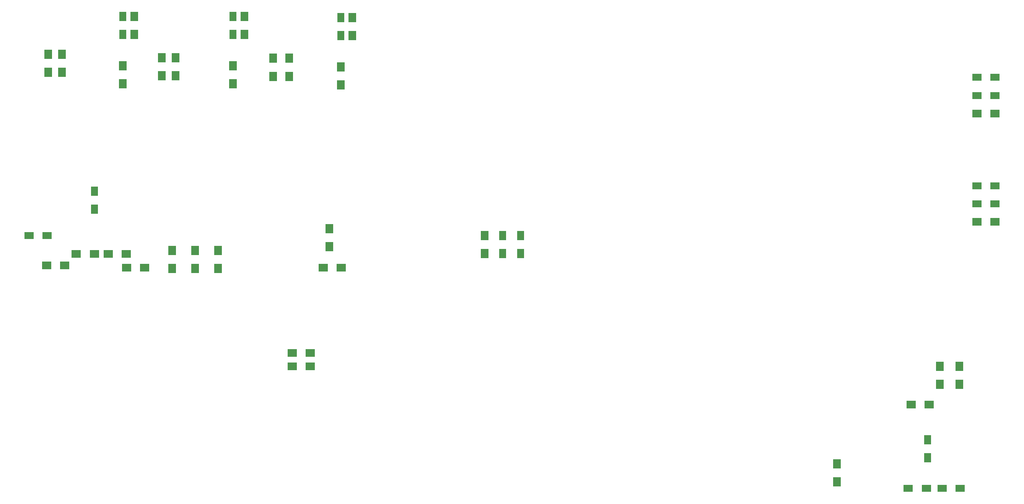
<source format=gbp>
G04 #@! TF.FileFunction,Paste,Bot*
%FSLAX46Y46*%
G04 Gerber Fmt 4.6, Leading zero omitted, Abs format (unit mm)*
G04 Created by KiCad (PCBNEW 4.0.6) date 2017 August 14, Monday 14:56:33*
%MOMM*%
%LPD*%
G01*
G04 APERTURE LIST*
%ADD10C,0.100000*%
%ADD11R,1.600000X2.000000*%
%ADD12R,2.000000X1.600000*%
%ADD13R,1.700000X2.000000*%
%ADD14R,2.000000X1.700000*%
G04 APERTURE END LIST*
D10*
D11*
X40487600Y-69386200D03*
X40487600Y-65386200D03*
D12*
X29940000Y-75184000D03*
X25940000Y-75184000D03*
D11*
X94996000Y-26956000D03*
X94996000Y-30956000D03*
X71120000Y-26702000D03*
X71120000Y-30702000D03*
X46736000Y-26702000D03*
X46736000Y-30702000D03*
D13*
X30226000Y-35084000D03*
X30226000Y-39084000D03*
X55372000Y-35846000D03*
X55372000Y-39846000D03*
X83566000Y-35973000D03*
X83566000Y-39973000D03*
X49276000Y-26702000D03*
X49276000Y-30702000D03*
X46736000Y-41624000D03*
X46736000Y-37624000D03*
X73660000Y-26702000D03*
X73660000Y-30702000D03*
X71120000Y-41624000D03*
X71120000Y-37624000D03*
X97536000Y-26956000D03*
X97536000Y-30956000D03*
X94996000Y-41878000D03*
X94996000Y-37878000D03*
X33274000Y-39084000D03*
X33274000Y-35084000D03*
X58420000Y-39846000D03*
X58420000Y-35846000D03*
X80010000Y-39973000D03*
X80010000Y-35973000D03*
X57658000Y-82518000D03*
X57658000Y-78518000D03*
X62738000Y-82518000D03*
X62738000Y-78518000D03*
X67818000Y-82518000D03*
X67818000Y-78518000D03*
D14*
X40430200Y-79273400D03*
X36430200Y-79273400D03*
D13*
X92456000Y-73692000D03*
X92456000Y-77692000D03*
D14*
X33877000Y-81788000D03*
X29877000Y-81788000D03*
X95091000Y-82296000D03*
X91091000Y-82296000D03*
X51530000Y-82296000D03*
X47530000Y-82296000D03*
X43466000Y-79248000D03*
X47466000Y-79248000D03*
D11*
X130781000Y-79196000D03*
X130781000Y-75196000D03*
X134781000Y-75196000D03*
X134781000Y-79196000D03*
D12*
X239781000Y-44196000D03*
X235781000Y-44196000D03*
X235781000Y-40196000D03*
X239781000Y-40196000D03*
X239781000Y-68196000D03*
X235781000Y-68196000D03*
X235781000Y-64196000D03*
X239781000Y-64196000D03*
D13*
X126781000Y-79196000D03*
X126781000Y-75196000D03*
D14*
X239781000Y-48196000D03*
X235781000Y-48196000D03*
X239781000Y-72196000D03*
X235781000Y-72196000D03*
X88200000Y-101200000D03*
X84200000Y-101200000D03*
X88200000Y-104200000D03*
X84200000Y-104200000D03*
D12*
X220581000Y-131204000D03*
X224581000Y-131204000D03*
X228074000Y-131204000D03*
X232074000Y-131204000D03*
D11*
X224867000Y-120402900D03*
X224867000Y-124402900D03*
D13*
X227534000Y-108185000D03*
X227534000Y-104185000D03*
X204801000Y-129775000D03*
X204801000Y-125775000D03*
D14*
X221216000Y-112662000D03*
X225216000Y-112662000D03*
D13*
X231852000Y-108185000D03*
X231852000Y-104185000D03*
M02*

</source>
